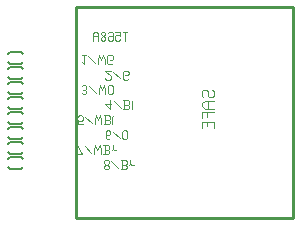
<source format=gbr>
G04 start of page 9 for group -4078 idx -4078 *
G04 Title: (unknown), bottomsilk *
G04 Creator: pcb 1.99z *
G04 CreationDate: Fri 14 Nov 2014 07:38:12 PM GMT UTC *
G04 For: commonadmin *
G04 Format: Gerber/RS-274X *
G04 PCB-Dimensions (mil): 1705.00 735.00 *
G04 PCB-Coordinate-Origin: lower left *
%MOIN*%
%FSLAX25Y25*%
%LNBOTTOMSILK*%
%ADD76C,0.0040*%
%ADD75C,0.0060*%
%ADD74C,0.0100*%
%ADD73C,0.0030*%
G54D73*X97003Y25538D02*X98503Y22538D01*
X96628D02*X98503D01*
X99403Y25163D02*X101653Y22913D01*
X102553Y22538D02*Y24038D01*
X102928Y25538D01*
X103678Y24038D01*
X104428Y25538D01*
X104803Y24038D01*
Y22538D02*Y24038D01*
X105703Y25538D02*X107203D01*
X107578Y25163D01*
Y24263D02*Y25163D01*
X107203Y23888D02*X107578Y24263D01*
X106078Y23888D02*X107203D01*
X106078Y22538D02*Y25538D01*
X105703Y22538D02*X107203D01*
X107578Y22913D01*
Y23513D01*
X107203Y23888D02*X107578Y23513D01*
X108853Y24413D02*Y25538D01*
Y24413D02*X109228Y24038D01*
X109978D01*
X108478D02*X108853Y24413D01*
X105970Y20145D02*X106345Y20520D01*
X105970Y19545D02*Y20145D01*
Y19545D02*X106495Y19020D01*
X106945D01*
X107470Y19545D01*
Y20145D01*
X107095Y20520D02*X107470Y20145D01*
X106345Y20520D02*X107095D01*
X105970Y18495D02*X106495Y19020D01*
X105970Y17895D02*Y18495D01*
Y17895D02*X106345Y17520D01*
X107095D01*
X107470Y17895D01*
Y18495D01*
X106945Y19020D02*X107470Y18495D01*
X108370Y20145D02*X110620Y17895D01*
X111520Y20520D02*X113020D01*
X113395Y20145D01*
Y19245D02*Y20145D01*
X113020Y18870D02*X113395Y19245D01*
X111895Y18870D02*X113020D01*
X111895Y17520D02*Y20520D01*
X111520Y17520D02*X113020D01*
X113395Y17895D01*
Y18495D01*
X113020Y18870D02*X113395Y18495D01*
X114670Y19395D02*Y20520D01*
Y19395D02*X115045Y19020D01*
X115795D01*
X114295D02*X114670Y19395D01*
X107595Y27456D02*X107970Y27831D01*
X106845Y27456D02*X107595D01*
X106470Y27831D02*X106845Y27456D01*
X106470Y27831D02*Y30081D01*
X106845Y30456D01*
X107595Y28806D02*X107970Y29181D01*
X106470Y28806D02*X107595D01*
X106845Y30456D02*X107595D01*
X107970Y30081D01*
Y29181D02*Y30081D01*
X108870D02*X111120Y27831D01*
X112020D02*Y30081D01*
Y27831D02*X112395Y27456D01*
X113145D01*
X113520Y27831D01*
Y30081D01*
X113145Y30456D02*X113520Y30081D01*
X112395Y30456D02*X113145D01*
X112020Y30081D02*X112395Y30456D01*
X97228Y32487D02*X98728D01*
X97228D02*Y33987D01*
X97603Y33612D01*
X98353D01*
X98728Y33987D01*
Y35112D01*
X98353Y35487D02*X98728Y35112D01*
X97603Y35487D02*X98353D01*
X97228Y35112D02*X97603Y35487D01*
X99628Y35112D02*X101878Y32862D01*
X102778Y32487D02*Y33987D01*
X103153Y35487D01*
X103903Y33987D01*
X104653Y35487D01*
X105028Y33987D01*
Y32487D02*Y33987D01*
X105928Y35487D02*X107428D01*
X107803Y35112D01*
Y34212D02*Y35112D01*
X107428Y33837D02*X107803Y34212D01*
X106303Y33837D02*X107428D01*
X106303Y32487D02*Y35487D01*
X105928Y32487D02*X107428D01*
X107803Y32862D01*
Y33462D01*
X107428Y33837D02*X107803Y33462D01*
X108703Y32487D02*Y35112D01*
X109078Y35487D01*
X106364Y39374D02*X107864Y37499D01*
X106364Y39374D02*X108239D01*
X107864Y37499D02*Y40499D01*
X109139Y40124D02*X111389Y37874D01*
X112289Y40499D02*X113789D01*
X114164Y40124D01*
Y39224D02*Y40124D01*
X113789Y38849D02*X114164Y39224D01*
X112664Y38849D02*X113789D01*
X112664Y37499D02*Y40499D01*
X112289Y37499D02*X113789D01*
X114164Y37874D01*
Y38474D01*
X113789Y38849D02*X114164Y38474D01*
X115064Y37499D02*Y40124D01*
X115439Y40499D01*
X112051Y63430D02*X113551D01*
X112801Y60430D02*Y63430D01*
X109651D02*X111151D01*
Y61930D02*Y63430D01*
Y61930D02*X110776Y62305D01*
X110026D02*X110776D01*
X110026D02*X109651Y61930D01*
Y60805D02*Y61930D01*
X110026Y60430D02*X109651Y60805D01*
X110026Y60430D02*X110776D01*
X111151Y60805D02*X110776Y60430D01*
X107626Y63430D02*X107251Y63055D01*
X107626Y63430D02*X108376D01*
X108751Y63055D02*X108376Y63430D01*
X108751Y60805D02*Y63055D01*
Y60805D02*X108376Y60430D01*
X107626Y62080D02*X107251Y61705D01*
X107626Y62080D02*X108751D01*
X107626Y60430D02*X108376D01*
X107626D02*X107251Y60805D01*
Y61705D01*
X106351Y60805D02*X105976Y60430D01*
X106351Y60805D02*Y61405D01*
X105826Y61930D01*
X105376D02*X105826D01*
X105376D02*X104851Y61405D01*
Y60805D02*Y61405D01*
X105226Y60430D02*X104851Y60805D01*
X105226Y60430D02*X105976D01*
X106351Y62455D02*X105826Y61930D01*
X106351Y62455D02*Y63055D01*
X105976Y63430D01*
X105226D02*X105976D01*
X105226D02*X104851Y63055D01*
Y62455D02*Y63055D01*
X105376Y61930D02*X104851Y62455D01*
X103951Y60430D02*Y62680D01*
X103426Y63430D01*
X102601D02*X103426D01*
X102601D02*X102076Y62680D01*
Y60430D02*Y62680D01*
Y61930D02*X103951D01*
X98528Y42898D02*X98903Y42523D01*
X99653D01*
X100028Y42898D01*
X99653Y45523D02*X100028Y45148D01*
X98903Y45523D02*X99653D01*
X98528Y45148D02*X98903Y45523D01*
Y43873D02*X99653D01*
X100028Y42898D02*Y43498D01*
Y44248D02*Y45148D01*
Y44248D02*X99653Y43873D01*
X100028Y43498D02*X99653Y43873D01*
X100928Y45148D02*X103178Y42898D01*
X104078Y42523D02*Y44023D01*
X104453Y45523D01*
X105203Y44023D01*
X105953Y45523D01*
X106328Y44023D01*
Y42523D02*Y44023D01*
X107228Y42898D02*Y45148D01*
Y42898D02*X107603Y42523D01*
X108353D01*
X108728Y42898D01*
Y45148D01*
X108353Y45523D02*X108728Y45148D01*
X107603Y45523D02*X108353D01*
X107228Y45148D02*X107603Y45523D01*
X98634Y53159D02*X99234Y52559D01*
Y55559D01*
X98634D02*X99759D01*
X100659Y55184D02*X102909Y52934D01*
X103809Y52559D02*Y54059D01*
X104184Y55559D01*
X104934Y54059D01*
X105684Y55559D01*
X106059Y54059D01*
Y52559D02*Y54059D01*
X108459Y52559D02*X108834Y52934D01*
X107334Y52559D02*X108459D01*
X106959Y52934D02*X107334Y52559D01*
X106959Y52934D02*Y55184D01*
X107334Y55559D01*
X108459D01*
X108834Y55184D01*
Y54434D02*Y55184D01*
X108459Y54059D02*X108834Y54434D01*
X107709Y54059D02*X108459D01*
X106264Y47816D02*X106639Y47441D01*
X107764D01*
X108139Y47816D01*
Y48566D01*
X106264Y50441D02*X108139Y48566D01*
X106264Y50441D02*X108139D01*
X109039Y50066D02*X111289Y47816D01*
X113689Y47441D02*X114064Y47816D01*
X112564Y47441D02*X113689D01*
X112189Y47816D02*X112564Y47441D01*
X112189Y47816D02*Y50066D01*
X112564Y50441D01*
X113689D01*
X114064Y50066D01*
Y49316D02*Y50066D01*
X113689Y48941D02*X114064Y49316D01*
X112939Y48941D02*X113689D01*
G54D74*X96563Y13957D02*Y58957D01*
Y57933D02*Y71713D01*
Y1240D02*X125539D01*
X96563D02*Y16161D01*
X125500Y1240D02*X169004D01*
X96563Y71713D02*X125539D01*
X125500D02*X169004D01*
Y1240D02*Y71713D01*
G54D75*X78108Y56657D02*X78908Y55857D01*
X74608Y56657D02*X78108D01*
X73908Y55957D02*X74608Y56657D01*
X74708Y52657D02*X74008Y53357D01*
X74708Y52657D02*X78208D01*
X78908Y53357D02*X78208Y52657D01*
X78108Y51657D02*X78908Y50857D01*
X74608Y51657D02*X78108D01*
X73908Y50957D02*X74608Y51657D01*
X74708Y47657D02*X74008Y48357D01*
X74708Y47657D02*X78208D01*
X78908Y48357D02*X78208Y47657D01*
X78108Y46657D02*X78908Y45857D01*
X74608Y46657D02*X78108D01*
X73908Y45957D02*X74608Y46657D01*
X74708Y42657D02*X74008Y43357D01*
X74708Y42657D02*X78208D01*
X78908Y43357D02*X78208Y42657D01*
X78108Y21657D02*X78908Y20857D01*
X74608Y21657D02*X78108D01*
X73908Y20957D02*X74608Y21657D01*
X74708Y17657D02*X74008Y18357D01*
X74708Y17657D02*X78208D01*
X78908Y18357D02*X78208Y17657D01*
X78108Y26657D02*X78908Y25857D01*
X74608Y26657D02*X78108D01*
X73908Y25957D02*X74608Y26657D01*
X74708Y22657D02*X74008Y23357D01*
X74708Y22657D02*X78208D01*
X78908Y23357D02*X78208Y22657D01*
X78108Y41657D02*X78908Y40857D01*
X74608Y41657D02*X78108D01*
X73908Y40957D02*X74608Y41657D01*
X74708Y37657D02*X74008Y38357D01*
X74708Y37657D02*X78208D01*
X78908Y38357D02*X78208Y37657D01*
X78108Y31657D02*X78908Y30857D01*
X74608Y31657D02*X78108D01*
X73908Y30957D02*X74608Y31657D01*
X74708Y27657D02*X74008Y28357D01*
X74708Y27657D02*X78208D01*
X78908Y28357D02*X78208Y27657D01*
X78108Y36657D02*X78908Y35857D01*
X74608Y36657D02*X78108D01*
X73908Y35957D02*X74608Y36657D01*
X74708Y32657D02*X74008Y33357D01*
X74708Y32657D02*X78208D01*
X78908Y33357D02*X78208Y32657D01*
G54D76*X138508Y41957D02*X139008Y41457D01*
X138508Y41957D02*Y43457D01*
X139008Y43957D02*X138508Y43457D01*
X139008Y43957D02*X140008D01*
X140508Y43457D01*
Y41957D02*Y43457D01*
Y41957D02*X141008Y41457D01*
X142008D01*
X142508Y41957D02*X142008Y41457D01*
X142508Y41957D02*Y43457D01*
X142008Y43957D02*X142508Y43457D01*
X139508Y40257D02*X142508D01*
X139508D02*X138508Y39557D01*
Y38457D02*Y39557D01*
Y38457D02*X139508Y37757D01*
X142508D01*
X140508D02*Y40257D01*
X138508Y36557D02*X142508D01*
X138508Y34557D02*Y36557D01*
X140308Y35057D02*Y36557D01*
Y31857D02*Y33357D01*
X142508Y31357D02*Y33357D01*
X138508D02*X142508D01*
X138508Y31357D02*Y33357D01*
M02*

</source>
